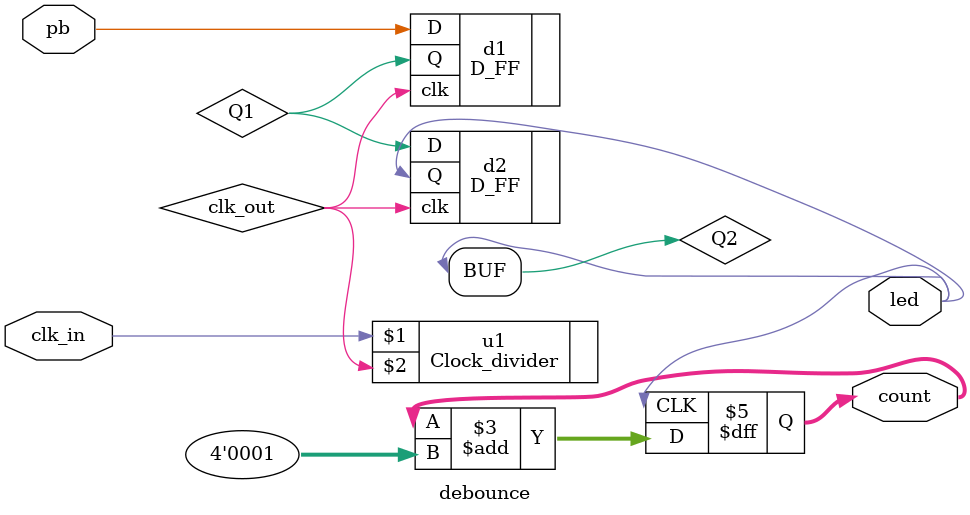
<source format=v>
`timescale 1ns / 1ps



module debounce(
input pb,clk_in,
output led,
output reg [3:0] count=4'b0
);
wire clk_out;
wire Q1,Q2,Q2_bar;



Clock_divider u1(clk_in,clk_out);
D_FF d1(.clk(clk_out),.D(pb),.Q(Q1));
D_FF d2(.clk(clk_out),.D(Q1),.Q(Q2));

assign Q2_bar=~Q2;
//assign led=Q1 & Q2_bar;
assign led=Q2;

always @(posedge led)
begin
count<=count+4'b1;
end

endmodule
</source>
